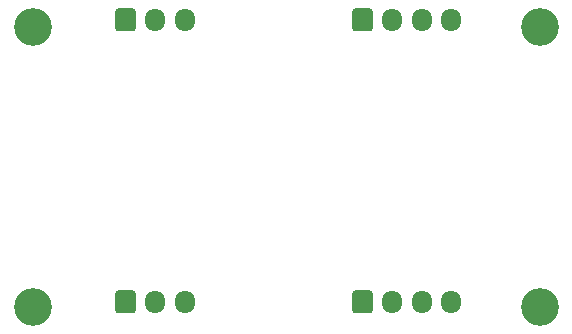
<source format=gbr>
G04 #@! TF.GenerationSoftware,KiCad,Pcbnew,(5.0.1)-3*
G04 #@! TF.CreationDate,2020-03-18T22:13:11-04:00*
G04 #@! TF.ProjectId,viparspectra-adapter,7669706172737065637472612D616461,rev?*
G04 #@! TF.SameCoordinates,Original*
G04 #@! TF.FileFunction,Soldermask,Bot*
G04 #@! TF.FilePolarity,Negative*
%FSLAX46Y46*%
G04 Gerber Fmt 4.6, Leading zero omitted, Abs format (unit mm)*
G04 Created by KiCad (PCBNEW (5.0.1)-3) date 3/18/2020 10:13:11 PM*
%MOMM*%
%LPD*%
G01*
G04 APERTURE LIST*
%ADD10C,3.200000*%
%ADD11C,0.100000*%
%ADD12C,1.700000*%
%ADD13O,1.700000X1.950000*%
G04 APERTURE END LIST*
D10*
G04 #@! TO.C,REF\002A\002A*
X170942000Y-69180000D03*
G04 #@! TD*
G04 #@! TO.C,REF\002A\002A*
X128016000Y-69180000D03*
G04 #@! TD*
G04 #@! TO.C,REF\002A\002A*
X128016000Y-92906000D03*
G04 #@! TD*
D11*
G04 #@! TO.C,J1*
G36*
X136514504Y-67606204D02*
X136538773Y-67609804D01*
X136562571Y-67615765D01*
X136585671Y-67624030D01*
X136607849Y-67634520D01*
X136628893Y-67647133D01*
X136648598Y-67661747D01*
X136666777Y-67678223D01*
X136683253Y-67696402D01*
X136697867Y-67716107D01*
X136710480Y-67737151D01*
X136720970Y-67759329D01*
X136729235Y-67782429D01*
X136735196Y-67806227D01*
X136738796Y-67830496D01*
X136740000Y-67855000D01*
X136740000Y-69305000D01*
X136738796Y-69329504D01*
X136735196Y-69353773D01*
X136729235Y-69377571D01*
X136720970Y-69400671D01*
X136710480Y-69422849D01*
X136697867Y-69443893D01*
X136683253Y-69463598D01*
X136666777Y-69481777D01*
X136648598Y-69498253D01*
X136628893Y-69512867D01*
X136607849Y-69525480D01*
X136585671Y-69535970D01*
X136562571Y-69544235D01*
X136538773Y-69550196D01*
X136514504Y-69553796D01*
X136490000Y-69555000D01*
X135290000Y-69555000D01*
X135265496Y-69553796D01*
X135241227Y-69550196D01*
X135217429Y-69544235D01*
X135194329Y-69535970D01*
X135172151Y-69525480D01*
X135151107Y-69512867D01*
X135131402Y-69498253D01*
X135113223Y-69481777D01*
X135096747Y-69463598D01*
X135082133Y-69443893D01*
X135069520Y-69422849D01*
X135059030Y-69400671D01*
X135050765Y-69377571D01*
X135044804Y-69353773D01*
X135041204Y-69329504D01*
X135040000Y-69305000D01*
X135040000Y-67855000D01*
X135041204Y-67830496D01*
X135044804Y-67806227D01*
X135050765Y-67782429D01*
X135059030Y-67759329D01*
X135069520Y-67737151D01*
X135082133Y-67716107D01*
X135096747Y-67696402D01*
X135113223Y-67678223D01*
X135131402Y-67661747D01*
X135151107Y-67647133D01*
X135172151Y-67634520D01*
X135194329Y-67624030D01*
X135217429Y-67615765D01*
X135241227Y-67609804D01*
X135265496Y-67606204D01*
X135290000Y-67605000D01*
X136490000Y-67605000D01*
X136514504Y-67606204D01*
X136514504Y-67606204D01*
G37*
D12*
X135890000Y-68580000D03*
D13*
X138390000Y-68580000D03*
X140890000Y-68580000D03*
G04 #@! TD*
G04 #@! TO.C,J2*
X140890000Y-92456000D03*
X138390000Y-92456000D03*
D11*
G36*
X136514504Y-91482204D02*
X136538773Y-91485804D01*
X136562571Y-91491765D01*
X136585671Y-91500030D01*
X136607849Y-91510520D01*
X136628893Y-91523133D01*
X136648598Y-91537747D01*
X136666777Y-91554223D01*
X136683253Y-91572402D01*
X136697867Y-91592107D01*
X136710480Y-91613151D01*
X136720970Y-91635329D01*
X136729235Y-91658429D01*
X136735196Y-91682227D01*
X136738796Y-91706496D01*
X136740000Y-91731000D01*
X136740000Y-93181000D01*
X136738796Y-93205504D01*
X136735196Y-93229773D01*
X136729235Y-93253571D01*
X136720970Y-93276671D01*
X136710480Y-93298849D01*
X136697867Y-93319893D01*
X136683253Y-93339598D01*
X136666777Y-93357777D01*
X136648598Y-93374253D01*
X136628893Y-93388867D01*
X136607849Y-93401480D01*
X136585671Y-93411970D01*
X136562571Y-93420235D01*
X136538773Y-93426196D01*
X136514504Y-93429796D01*
X136490000Y-93431000D01*
X135290000Y-93431000D01*
X135265496Y-93429796D01*
X135241227Y-93426196D01*
X135217429Y-93420235D01*
X135194329Y-93411970D01*
X135172151Y-93401480D01*
X135151107Y-93388867D01*
X135131402Y-93374253D01*
X135113223Y-93357777D01*
X135096747Y-93339598D01*
X135082133Y-93319893D01*
X135069520Y-93298849D01*
X135059030Y-93276671D01*
X135050765Y-93253571D01*
X135044804Y-93229773D01*
X135041204Y-93205504D01*
X135040000Y-93181000D01*
X135040000Y-91731000D01*
X135041204Y-91706496D01*
X135044804Y-91682227D01*
X135050765Y-91658429D01*
X135059030Y-91635329D01*
X135069520Y-91613151D01*
X135082133Y-91592107D01*
X135096747Y-91572402D01*
X135113223Y-91554223D01*
X135131402Y-91537747D01*
X135151107Y-91523133D01*
X135172151Y-91510520D01*
X135194329Y-91500030D01*
X135217429Y-91491765D01*
X135241227Y-91485804D01*
X135265496Y-91482204D01*
X135290000Y-91481000D01*
X136490000Y-91481000D01*
X136514504Y-91482204D01*
X136514504Y-91482204D01*
G37*
D12*
X135890000Y-92456000D03*
G04 #@! TD*
D13*
G04 #@! TO.C,J5*
X163456000Y-68580000D03*
X160956000Y-68580000D03*
X158456000Y-68580000D03*
D11*
G36*
X156580504Y-67606204D02*
X156604773Y-67609804D01*
X156628571Y-67615765D01*
X156651671Y-67624030D01*
X156673849Y-67634520D01*
X156694893Y-67647133D01*
X156714598Y-67661747D01*
X156732777Y-67678223D01*
X156749253Y-67696402D01*
X156763867Y-67716107D01*
X156776480Y-67737151D01*
X156786970Y-67759329D01*
X156795235Y-67782429D01*
X156801196Y-67806227D01*
X156804796Y-67830496D01*
X156806000Y-67855000D01*
X156806000Y-69305000D01*
X156804796Y-69329504D01*
X156801196Y-69353773D01*
X156795235Y-69377571D01*
X156786970Y-69400671D01*
X156776480Y-69422849D01*
X156763867Y-69443893D01*
X156749253Y-69463598D01*
X156732777Y-69481777D01*
X156714598Y-69498253D01*
X156694893Y-69512867D01*
X156673849Y-69525480D01*
X156651671Y-69535970D01*
X156628571Y-69544235D01*
X156604773Y-69550196D01*
X156580504Y-69553796D01*
X156556000Y-69555000D01*
X155356000Y-69555000D01*
X155331496Y-69553796D01*
X155307227Y-69550196D01*
X155283429Y-69544235D01*
X155260329Y-69535970D01*
X155238151Y-69525480D01*
X155217107Y-69512867D01*
X155197402Y-69498253D01*
X155179223Y-69481777D01*
X155162747Y-69463598D01*
X155148133Y-69443893D01*
X155135520Y-69422849D01*
X155125030Y-69400671D01*
X155116765Y-69377571D01*
X155110804Y-69353773D01*
X155107204Y-69329504D01*
X155106000Y-69305000D01*
X155106000Y-67855000D01*
X155107204Y-67830496D01*
X155110804Y-67806227D01*
X155116765Y-67782429D01*
X155125030Y-67759329D01*
X155135520Y-67737151D01*
X155148133Y-67716107D01*
X155162747Y-67696402D01*
X155179223Y-67678223D01*
X155197402Y-67661747D01*
X155217107Y-67647133D01*
X155238151Y-67634520D01*
X155260329Y-67624030D01*
X155283429Y-67615765D01*
X155307227Y-67609804D01*
X155331496Y-67606204D01*
X155356000Y-67605000D01*
X156556000Y-67605000D01*
X156580504Y-67606204D01*
X156580504Y-67606204D01*
G37*
D12*
X155956000Y-68580000D03*
G04 #@! TD*
D11*
G04 #@! TO.C,J6*
G36*
X156580504Y-91482204D02*
X156604773Y-91485804D01*
X156628571Y-91491765D01*
X156651671Y-91500030D01*
X156673849Y-91510520D01*
X156694893Y-91523133D01*
X156714598Y-91537747D01*
X156732777Y-91554223D01*
X156749253Y-91572402D01*
X156763867Y-91592107D01*
X156776480Y-91613151D01*
X156786970Y-91635329D01*
X156795235Y-91658429D01*
X156801196Y-91682227D01*
X156804796Y-91706496D01*
X156806000Y-91731000D01*
X156806000Y-93181000D01*
X156804796Y-93205504D01*
X156801196Y-93229773D01*
X156795235Y-93253571D01*
X156786970Y-93276671D01*
X156776480Y-93298849D01*
X156763867Y-93319893D01*
X156749253Y-93339598D01*
X156732777Y-93357777D01*
X156714598Y-93374253D01*
X156694893Y-93388867D01*
X156673849Y-93401480D01*
X156651671Y-93411970D01*
X156628571Y-93420235D01*
X156604773Y-93426196D01*
X156580504Y-93429796D01*
X156556000Y-93431000D01*
X155356000Y-93431000D01*
X155331496Y-93429796D01*
X155307227Y-93426196D01*
X155283429Y-93420235D01*
X155260329Y-93411970D01*
X155238151Y-93401480D01*
X155217107Y-93388867D01*
X155197402Y-93374253D01*
X155179223Y-93357777D01*
X155162747Y-93339598D01*
X155148133Y-93319893D01*
X155135520Y-93298849D01*
X155125030Y-93276671D01*
X155116765Y-93253571D01*
X155110804Y-93229773D01*
X155107204Y-93205504D01*
X155106000Y-93181000D01*
X155106000Y-91731000D01*
X155107204Y-91706496D01*
X155110804Y-91682227D01*
X155116765Y-91658429D01*
X155125030Y-91635329D01*
X155135520Y-91613151D01*
X155148133Y-91592107D01*
X155162747Y-91572402D01*
X155179223Y-91554223D01*
X155197402Y-91537747D01*
X155217107Y-91523133D01*
X155238151Y-91510520D01*
X155260329Y-91500030D01*
X155283429Y-91491765D01*
X155307227Y-91485804D01*
X155331496Y-91482204D01*
X155356000Y-91481000D01*
X156556000Y-91481000D01*
X156580504Y-91482204D01*
X156580504Y-91482204D01*
G37*
D12*
X155956000Y-92456000D03*
D13*
X158456000Y-92456000D03*
X160956000Y-92456000D03*
X163456000Y-92456000D03*
G04 #@! TD*
D10*
G04 #@! TO.C,REF\002A\002A*
X170942000Y-92906000D03*
G04 #@! TD*
M02*

</source>
